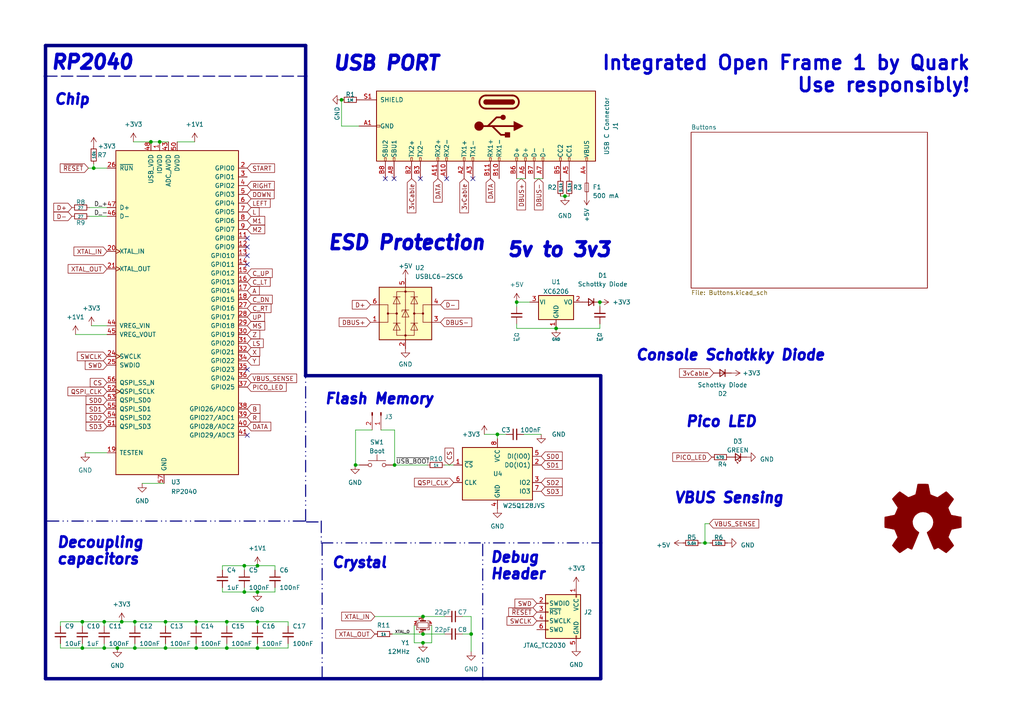
<source format=kicad_sch>
(kicad_sch (version 20230121) (generator eeschema)
  (paper "A4")
  (lib_symbols
    (symbol "Connector:Conn_01x02_Pin" (pin_names (offset 1.016) hide)
      (property "Reference" "J" (at 0 2.54 0))
      (property "Value" "Conn_01x02_Pin" (at 0 -5.08 0))
      (symbol "Conn_01x02_Pin_1_1"
        (pin passive line (at 5.08 0 180) (length 3.81) (name "Pin_1") (number "1"))
        (pin passive line (at 5.08 -2.54 180) (length 3.81) (name "Pin_2") (number "2"))
      )
    )
    (symbol "Connector:USB_C_Receptacle" (pin_names (offset 1.016))
      (property "Reference" "J" (at -10.16 29.21 0))
      (property "Value" "USB_C_Receptacle" (at 10.16 29.21 0))
      (symbol "USB_C_Receptacle_1_1"
        (pin passive line (at 0 -40.64 90) (length 5.08) (name "GND") (number "A1"))
        (pin bidirectional line (at 15.24 -15.24 180) (length 5.08) (name "RX2-") (number "A10"))
        (pin bidirectional line (at 15.24 -17.78 180) (length 5.08) (name "RX2+") (number "A11"))
        (pin passive line (at 0 -40.64 90) (length 5.08) hide (name "GND") (number "A12"))
        (pin bidirectional line (at 15.24 -10.16 180) (length 5.08) (name "TX1+") (number "A2"))
        (pin bidirectional line (at 15.24 -7.62 180) (length 5.08) (name "TX1-") (number "A3"))
        (pin passive line (at 15.24 25.4 180) (length 5.08) (name "VBUS") (number "A4"))
        (pin bidirectional line (at 15.24 20.32 180) (length 5.08) (name "CC1") (number "A5"))
        (pin bidirectional line (at 15.24 7.62 180) (length 5.08) (name "D+") (number "A6"))
        (pin bidirectional line (at 15.24 12.7 180) (length 5.08) (name "D-") (number "A7"))
        (pin bidirectional line (at 15.24 -30.48 180) (length 5.08) (name "SBU1") (number "A8"))
        (pin passive line (at 15.24 25.4 180) (length 5.08) hide (name "VBUS") (number "A9"))
        (pin passive line (at 0 -40.64 90) (length 5.08) hide (name "GND") (number "B1"))
        (pin bidirectional line (at 15.24 0 180) (length 5.08) (name "RX1-") (number "B10"))
        (pin bidirectional line (at 15.24 -2.54 180) (length 5.08) (name "RX1+") (number "B11"))
        (pin passive line (at 0 -40.64 90) (length 5.08) hide (name "GND") (number "B12"))
        (pin bidirectional line (at 15.24 -25.4 180) (length 5.08) (name "TX2+") (number "B2"))
        (pin bidirectional line (at 15.24 -22.86 180) (length 5.08) (name "TX2-") (number "B3"))
        (pin passive line (at 15.24 25.4 180) (length 5.08) hide (name "VBUS") (number "B4"))
        (pin bidirectional line (at 15.24 17.78 180) (length 5.08) (name "CC2") (number "B5"))
        (pin bidirectional line (at 15.24 5.08 180) (length 5.08) (name "D+") (number "B6"))
        (pin bidirectional line (at 15.24 10.16 180) (length 5.08) (name "D-") (number "B7"))
        (pin bidirectional line (at 15.24 -33.02 180) (length 5.08) (name "SBU2") (number "B8"))
        (pin passive line (at 15.24 25.4 180) (length 5.08) hide (name "VBUS") (number "B9"))
        (pin passive line (at -7.62 -40.64 90) (length 5.08) (name "SHIELD") (number "S1"))
      )
    )
    (symbol "Device:C_Small" (pin_numbers hide) (pin_names (offset 0.254) hide)
      (property "Reference" "C" (at 0.254 1.778 0))
      (property "Value" "C_Small" (at 0.254 -2.032 0))
      (symbol "C_Small_1_1"
        (pin passive line (at 0 2.54 270) (length 2.032) (name "~") (number "1"))
        (pin passive line (at 0 -2.54 90) (length 2.032) (name "~") (number "2"))
      )
    )
    (symbol "Device:Crystal_GND24_Small" (pin_names (offset 1.016) hide)
      (property "Reference" "Y" (at 1.27 4.445 0))
      (property "Value" "Crystal_GND24_Small" (at 1.27 2.54 0))
      (symbol "Crystal_GND24_Small_1_1"
        (pin passive line (at -2.54 0 0) (length 1.27) (name "1") (number "1"))
        (pin passive line (at 0 -2.54 90) (length 0.635) (name "2") (number "2"))
        (pin passive line (at 2.54 0 180) (length 1.27) (name "3") (number "3"))
        (pin passive line (at 0 2.54 270) (length 0.635) (name "4") (number "4"))
      )
    )
    (symbol "Device:D_Small" (pin_numbers hide) (pin_names (offset 0.254) hide)
      (property "Reference" "D" (at -1.27 2.032 0))
      (property "Value" "D_Small" (at -3.81 -2.032 0))
      (symbol "D_Small_1_1"
        (pin passive line (at -2.54 0 0) (length 1.778) (name "K") (number "1"))
        (pin passive line (at 2.54 0 180) (length 1.778) (name "A") (number "2"))
      )
    )
    (symbol "Device:Fuse_Small" (pin_numbers hide) (pin_names (offset 0.254) hide)
      (property "Reference" "F" (at 0 -1.524 0))
      (property "Value" "Fuse_Small" (at 0 1.524 0))
      (symbol "Fuse_Small_1_1"
        (pin passive line (at -2.54 0 0) (length 1.27) (name "~") (number "1"))
        (pin passive line (at 2.54 0 180) (length 1.27) (name "~") (number "2"))
      )
    )
    (symbol "Device:LED_Small" (pin_numbers hide) (pin_names (offset 0.254) hide)
      (property "Reference" "D" (at -1.27 3.175 0))
      (property "Value" "LED_Small" (at -4.445 -2.54 0))
      (symbol "LED_Small_1_1"
        (pin passive line (at -2.54 0 0) (length 1.778) (name "K") (number "1"))
        (pin passive line (at 2.54 0 180) (length 1.778) (name "A") (number "2"))
      )
    )
    (symbol "Device:R_Small" (pin_numbers hide) (pin_names (offset 0.254) hide)
      (property "Reference" "R" (at 0.762 0.508 0))
      (property "Value" "R_Small" (at 0.762 -1.016 0))
      (symbol "R_Small_1_1"
        (pin passive line (at 0 2.54 270) (length 0.762) (name "~") (number "1"))
        (pin passive line (at 0 -2.54 90) (length 0.762) (name "~") (number "2"))
      )
    )
    (symbol "Graphic:Logo_Open_Hardware_Large" (in_bom no) (on_board no))
    (symbol "Memory_Flash:W25Q128JVS"
      (property "Reference" "U" (at -8.89 8.89 0))
      (property "Value" "W25Q128JVS" (at 7.62 8.89 0))
      (symbol "W25Q128JVS_1_1"
        (pin input line (at -12.7 2.54 0) (length 2.54) (name "~{CS}") (number "1"))
        (pin bidirectional line (at 12.7 2.54 180) (length 2.54) (name "DO(IO1)") (number "2"))
        (pin bidirectional line (at 12.7 -2.54 180) (length 2.54) (name "IO2") (number "3"))
        (pin power_in line (at 0 -10.16 90) (length 2.54) (name "GND") (number "4"))
        (pin bidirectional line (at 12.7 5.08 180) (length 2.54) (name "DI(IO0)") (number "5"))
        (pin input line (at -12.7 -2.54 0) (length 2.54) (name "CLK") (number "6"))
        (pin bidirectional line (at 12.7 -5.08 180) (length 2.54) (name "IO3") (number "7"))
        (pin power_in line (at 0 10.16 270) (length 2.54) (name "VCC") (number "8"))
      )
    )
    (symbol "Power_Protection:USBLC6-2SC6" (pin_names hide)
      (property "Reference" "U" (at 2.54 8.89 0))
      (property "Value" "USBLC6-2SC6" (at 2.54 -8.89 0))
      (symbol "USBLC6-2SC6_1_1"
        (pin passive line (at -10.16 -2.54 0) (length 2.54) (name "I/O1") (number "1"))
        (pin passive line (at 0 -10.16 90) (length 2.54) (name "GND") (number "2"))
        (pin passive line (at 10.16 -2.54 180) (length 2.54) (name "I/O2") (number "3"))
        (pin passive line (at 10.16 2.54 180) (length 2.54) (name "I/O2") (number "4"))
        (pin passive line (at 0 10.16 270) (length 2.54) (name "VBUS") (number "5"))
        (pin passive line (at -10.16 2.54 0) (length 2.54) (name "I/O1") (number "6"))
      )
    )
    (symbol "Regulator_Linear:XC6206PxxxMR" (pin_names (offset 0.254))
      (property "Reference" "U" (at -3.81 3.175 0))
      (property "Value" "XC6206PxxxMR" (at 0 3.175 0))
      (symbol "XC6206PxxxMR_1_1"
        (pin power_in line (at 0 -7.62 90) (length 2.54) (name "GND") (number "1"))
        (pin power_out line (at 7.62 0 180) (length 2.54) (name "VO") (number "2"))
        (pin power_in line (at -7.62 0 0) (length 2.54) (name "VI") (number "3"))
      )
    )
    (symbol "Sleep-lib:RP2040" (pin_names (offset 1.016))
      (property "Reference" "U" (at 8.89 51.435 0))
      (property "Value" "RP2040" (at 8.89 48.895 0))
      (symbol "RP2040_1_1"
        (pin power_in line (at -5.08 50.8 270) (length 2.54) (name "IOVDD") (number "1"))
        (pin power_in line (at -5.08 50.8 270) (length 2.54) hide (name "IOVDD") (number "10"))
        (pin input line (at 20.32 22.86 180) (length 2.54) (name "GPIO8") (number "11"))
        (pin input line (at 20.32 20.32 180) (length 2.54) (name "GPIO9") (number "12"))
        (pin input line (at 20.32 17.78 180) (length 2.54) (name "GPIO10") (number "13"))
        (pin input line (at 20.32 15.24 180) (length 2.54) (name "GPIO11") (number "14"))
        (pin input line (at 20.32 12.7 180) (length 2.54) (name "GPIO12") (number "15"))
        (pin input line (at 20.32 10.16 180) (length 2.54) (name "GPIO13") (number "16"))
        (pin input line (at 20.32 7.62 180) (length 2.54) (name "GPIO14") (number "17"))
        (pin input line (at 20.32 5.08 180) (length 2.54) (name "GPIO15") (number "18"))
        (pin input line (at -20.32 -39.37 0) (length 2.54) (name "TESTEN") (number "19"))
        (pin input line (at 20.32 43.18 180) (length 2.54) (name "GPIO0") (number "2"))
        (pin input clock (at -20.32 19.05 0) (length 2.54) (name "XTAL_IN") (number "20"))
        (pin input clock (at -20.32 13.97 0) (length 2.54) (name "XTAL_OUT") (number "21"))
        (pin power_in line (at -5.08 50.8 270) (length 2.54) hide (name "IOVDD") (number "22"))
        (pin power_in line (at 0 50.8 270) (length 2.54) hide (name "DVDD") (number "23"))
        (pin input clock (at -20.32 -11.43 0) (length 2.54) (name "SWCLK") (number "24"))
        (pin bidirectional line (at -20.32 -13.97 0) (length 2.54) (name "SWDIO") (number "25"))
        (pin input line (at -20.32 43.18 0) (length 2.54) (name "~{RUN}") (number "26"))
        (pin input line (at 20.32 2.54 180) (length 2.54) (name "GPIO16") (number "27"))
        (pin input line (at 20.32 0 180) (length 2.54) (name "GPIO17") (number "28"))
        (pin input line (at 20.32 -2.54 180) (length 2.54) (name "GPIO18") (number "29"))
        (pin input line (at 20.32 40.64 180) (length 2.54) (name "GPIO1") (number "3"))
        (pin input line (at 20.32 -5.08 180) (length 2.54) (name "GPIO19") (number "30"))
        (pin input line (at 20.32 -7.62 180) (length 2.54) (name "GPIO20") (number "31"))
        (pin input line (at 20.32 -10.16 180) (length 2.54) (name "GPIO21") (number "32"))
        (pin power_in line (at -5.08 50.8 270) (length 2.54) hide (name "IOVDD") (number "33"))
        (pin input line (at 20.32 -12.7 180) (length 2.54) (name "GPIO22") (number "34"))
        (pin input line (at 20.32 -15.24 180) (length 2.54) (name "GPIO23") (number "35"))
        (pin input line (at 20.32 -17.78 180) (length 2.54) (name "GPIO24") (number "36"))
        (pin input line (at 20.32 -20.32 180) (length 2.54) (name "GPIO25") (number "37"))
        (pin input line (at 20.32 -26.67 180) (length 2.54) (name "GPIO26/ADC0") (number "38"))
        (pin input line (at 20.32 -29.21 180) (length 2.54) (name "GPIO27/ADC1") (number "39"))
        (pin input line (at 20.32 38.1 180) (length 2.54) (name "GPIO2") (number "4"))
        (pin input line (at 20.32 -31.75 180) (length 2.54) (name "GPIO28/ADC2") (number "40"))
        (pin input line (at 20.32 -34.29 180) (length 2.54) (name "GPIO29/ADC3") (number "41"))
        (pin power_in line (at -5.08 50.8 270) (length 2.54) hide (name "IOVDD") (number "42"))
        (pin power_in line (at -2.54 50.8 270) (length 2.54) (name "ADC_AVDD") (number "43"))
        (pin power_in line (at -20.32 -2.54 0) (length 2.54) (name "VREG_VIN") (number "44"))
        (pin power_out line (at -20.32 -5.08 0) (length 2.54) (name "VREG_VOUT") (number "45"))
        (pin bidirectional line (at -20.32 29.21 0) (length 2.54) (name "D-") (number "46"))
        (pin bidirectional line (at -20.32 31.75 0) (length 2.54) (name "D+") (number "47"))
        (pin power_in line (at -7.62 50.8 270) (length 2.54) (name "USB_VDD") (number "48"))
        (pin power_in line (at -5.08 50.8 270) (length 2.54) hide (name "IOVDD") (number "49"))
        (pin input line (at 20.32 35.56 180) (length 2.54) (name "GPIO3") (number "5"))
        (pin power_in line (at 0 50.8 270) (length 2.54) (name "DVDD") (number "50"))
        (pin bidirectional line (at -20.32 -31.75 0) (length 2.54) (name "QSPI_SD3") (number "51"))
        (pin input clock (at -20.32 -21.59 0) (length 2.54) (name "QSPI_SCLK") (number "52"))
        (pin bidirectional line (at -20.32 -24.13 0) (length 2.54) (name "QSPI_SD0") (number "53"))
        (pin bidirectional line (at -20.32 -29.21 0) (length 2.54) (name "QSPI_SD2") (number "54"))
        (pin bidirectional line (at -20.32 -26.67 0) (length 2.54) (name "QSPI_SD1") (number "55"))
        (pin bidirectional line (at -20.32 -19.05 0) (length 2.54) (name "QSPI_SS_N") (number "56"))
        (pin power_in line (at -3.81 -48.26 90) (length 2.54) (name "GND") (number "57"))
        (pin input line (at 20.32 33.02 180) (length 2.54) (name "GPIO4") (number "6"))
        (pin input line (at 20.32 30.48 180) (length 2.54) (name "GPIO5") (number "7"))
        (pin input line (at 20.32 27.94 180) (length 2.54) (name "GPIO6") (number "8"))
        (pin input line (at 20.32 25.4 180) (length 2.54) (name "GPIO7") (number "9"))
      )
    )
    (symbol "Switch:SW_Push" (pin_numbers hide) (pin_names (offset 1.016) hide)
      (property "Reference" "SW" (at 1.27 2.54 0))
      (property "Value" "SW_Push" (at 0 -1.524 0))
      (symbol "SW_Push_0_1"
        (pin passive line (at -5.08 0 0) (length 2.54) (name "1") (number "1"))
        (pin passive line (at 5.08 0 180) (length 2.54) (name "2") (number "2"))
      )
    )
    (symbol "marbastlib-various:JTAG_TC2030" (pin_names (offset 1.016))
      (property "Reference" "J" (at -3.81 -6.35 0))
      (property "Value" "JTAG_TC2030" (at -10.16 8.89 0))
      (symbol "JTAG_TC2030_1_1"
        (pin passive line (at 5.08 10.16 270) (length 2.54) (name "VCC") (number "1"))
        (pin passive line (at -6.35 5.08 0) (length 2.54) (name "SWDIO") (number "2"))
        (pin passive line (at -6.35 2.54 0) (length 2.54) (name "~{RST}") (number "3"))
        (pin passive line (at -6.35 0 0) (length 2.54) (name "SWCLK") (number "4"))
        (pin passive line (at 5.08 -7.62 90) (length 2.54) (name "GND") (number "5"))
        (pin passive line (at -6.35 -2.54 0) (length 2.54) (name "SWO") (number "6"))
      )
    )
    (symbol "power:+1V1" (power) (pin_names (offset 0))
      (property "Value" "+1V1" (at 0 3.556 0))
      (symbol "+1V1_1_1"
        (pin power_in line (at 0 0 90) (length 0) hide (name "+1V1") (number "1"))
      )
    )
    (symbol "power:+3.3V" (power) (pin_names (offset 0))
      (property "Value" "+3.3V" (at 0 3.556 0))
      (symbol "+3.3V_1_1"
        (pin power_in line (at 0 0 90) (length 0) hide (name "+3V3") (number "1"))
      )
    )
    (symbol "power:+3V3" (power) (pin_names (offset 0))
      (property "Value" "+3V3" (at 0 3.556 0))
      (symbol "+3V3_1_1"
        (pin power_in line (at 0 0 90) (length 0) hide (name "+3V3") (number "1"))
      )
    )
    (symbol "power:+5V" (power) (pin_names (offset 0))
      (property "Value" "+5V" (at 0 3.556 0))
      (symbol "+5V_1_1"
        (pin power_in line (at 0 0 90) (length 0) hide (name "+5V") (number "1"))
      )
    )
    (symbol "power:GND" (power) (pin_names (offset 0))
      (property "Value" "GND" (at 0 -3.81 0))
      (symbol "GND_1_1"
        (pin power_in line (at 0 0 270) (length 0) hide (name "GND") (number "1"))
      )
    )
  )
  (junction (at 122.682 178.816))
  (junction (at 56.896 180.34))
  (junction (at 48.006 187.96))
  (junction (at 174.244 157.4631))
  (junction (at 39.116 187.96))
  (junction (at 70.866 171.704))
  (junction (at 23.876 187.96))
  (junction (at 27.178 48.768))
  (junction (at 48.006 180.34))
  (junction (at 39.116 180.34))
  (junction (at 23.876 180.34))
  (junction (at 114.4505 134.874))
  (junction (at 122.682 186.436))
  (junction (at 88.646 22.098))
  (junction (at 88.646 108.966))
  (junction (at 149.86 87.63) (diameter 0.9144))
  (junction (at 163.8554 56.896))
  (junction (at 204.47 157.48))
  (junction (at 144.272 125.984))
  (junction (at 13.208 22.098))
  (junction (at 74.676 164.084))
  (junction (at 65.786 180.34))
  (junction (at 30.226 187.96))
  (junction (at 140.001 196.85))
  (junction (at 70.866 164.084))
  (junction (at 56.896 187.96))
  (junction (at 30.226 180.34))
  (junction (at 161.29 95.25) (diameter 0.9144))
  (junction (at 46.3108 41.148))
  (junction (at 122.682 183.896))
  (junction (at 74.676 171.704))
  (junction (at 43.7708 41.148))
  (junction (at 103.124 134.874))
  (junction (at 74.676 187.96))
  (junction (at 99.06 28.956))
  (junction (at 136.652 183.896))
  (junction (at 74.676 180.34))
  (junction (at 34.036 187.96))
  (junction (at 65.786 187.96))
  (junction (at 35.306 180.34))
  (junction (at 173.99 87.63))
  (no_connect (at 71.7108 76.708))
  (no_connect (at 121.92 51.816))
  (no_connect (at 111.76 51.816))
  (no_connect (at 129.54 51.816))
  (no_connect (at 71.7108 126.238))
  (no_connect (at 71.7108 69.088))
  (no_connect (at 114.3 51.816))
  (no_connect (at 137.16 51.816))
  (no_connect (at 71.7108 71.628))
  (no_connect (at 71.7108 74.168))
  (no_connect (at 71.7108 107.188))
  (wire (pts (xy 74.676 180.34) (xy 83.566 180.34)))
  (wire (pts (xy 125.222 181.356) (xy 125.222 186.436)))
  (wire (pts (xy 56.896 186.69) (xy 56.896 187.96)))
  (wire (pts (xy 110.49 124.714) (xy 114.4505 124.714)))
  (wire (pts (xy 25.94 62.738) (xy 31.0708 62.738)))
  (wire (pts (xy 70.866 170.434) (xy 70.866 171.704)))
  (wire (pts (xy 24.7208 131.318) (xy 31.0708 131.318)))
  (wire (pts (xy 31.0708 97.028) (xy 21.9014 97.028)))
  (wire (pts (xy 144.272 125.984) (xy 146.812 125.984)))
  (wire (pts (xy 70.866 164.084) (xy 70.866 165.354)))
  (wire (pts (xy 17.526 181.61) (xy 17.526 180.34)))
  (wire (pts (xy 163.8554 56.896) (xy 165.1 56.896)))
  (bus (pts (xy 88.646 151.13) (xy 88.646 108.966)) (stroke (width 0) (type dash_dot_dot)))
  (bus (pts (xy 174.244 196.85) (xy 174.244 157.4631)) (stroke (width 1)))
  (wire (pts (xy 120.142 181.356) (xy 120.142 186.436)))
  (bus (pts (xy 13.208 22.098) (xy 13.208 196.85)) (stroke (width 1)))
  (wire (pts (xy 64.516 164.084) (xy 64.516 165.354)))
  (wire (pts (xy 102.997 134.874) (xy 103.124 134.874)))
  (wire (pts (xy 74.676 187.96) (xy 74.676 186.69)))
  (wire (pts (xy 79.756 164.084) (xy 79.756 165.354)))
  (wire (pts (xy 134.112 178.816) (xy 136.652 178.816)))
  (wire (pts (xy 30.226 186.69) (xy 30.226 187.96)))
  (wire (pts (xy 204.47 157.48) (xy 205.9178 157.48)))
  (wire (pts (xy 64.516 170.434) (xy 64.516 171.704)))
  (wire (pts (xy 27.178 47.498) (xy 27.178 48.768)))
  (wire (pts (xy 30.226 187.96) (xy 34.036 187.96)))
  (wire (pts (xy 56.896 187.96) (xy 65.786 187.96)))
  (wire (pts (xy 104.14 36.576) (xy 99.06 36.576)))
  (wire (pts (xy 65.786 180.34) (xy 74.676 180.34)))
  (wire (pts (xy 74.676 187.96) (xy 83.566 187.96)))
  (wire (pts (xy 74.676 171.704) (xy 79.756 171.704)))
  (wire (pts (xy 43.7708 41.148) (xy 46.3108 41.148)))
  (wire (pts (xy 46.3108 41.148) (xy 48.8508 41.148)))
  (wire (pts (xy 26.5242 94.488) (xy 31.0708 94.488)))
  (wire (pts (xy 205.74 151.892) (xy 204.47 151.892)))
  (wire (pts (xy 136.652 183.896) (xy 136.652 188.976)))
  (wire (pts (xy 204.47 151.892) (xy 204.47 157.48)))
  (wire (pts (xy 151.892 125.984) (xy 156.972 125.984)))
  (bus (pts (xy 140.001 196.85) (xy 140.001 157.48)) (stroke (width 0) (type dash_dot_dot)))
  (wire (pts (xy 51.3908 41.148) (xy 56.4708 41.148)))
  (wire (pts (xy 41.2308 140.208) (xy 47.5808 140.208)))
  (wire (pts (xy 39.116 180.34) (xy 48.006 180.34)))
  (bus (pts (xy 13.208 13.208) (xy 13.208 22.098)) (stroke (width 1)))
  (wire (pts (xy 56.896 180.34) (xy 65.786 180.34)))
  (wire (pts (xy 48.006 180.34) (xy 56.896 180.34)))
  (bus (pts (xy 88.646 108.966) (xy 174.244 108.966)) (stroke (width 1)))
  (wire (pts (xy 125.222 186.436) (xy 122.682 186.436)))
  (wire (pts (xy 64.516 171.704) (xy 70.866 171.704)))
  (wire (pts (xy 103.124 134.874) (xy 104.267 134.874)))
  (bus (pts (xy 93.4392 157.7171) (xy 93.4392 197.104)) (stroke (width 0) (type dash_dot_dot)))
  (wire (pts (xy 114.427 134.874) (xy 114.4505 134.874)))
  (bus (pts (xy 13.716 151.13) (xy 88.646 151.13)) (stroke (width 0) (type dash_dot_dot)))
  (wire (pts (xy 30.226 180.34) (xy 35.306 180.34)))
  (wire (pts (xy 103.124 124.714) (xy 103.124 134.874)))
  (wire (pts (xy 39.116 180.34) (xy 39.116 181.61)))
  (bus (pts (xy 88.646 22.098) (xy 88.646 108.966)) (stroke (width 1)))
  (wire (pts (xy 173.99 88.8746) (xy 173.99 87.63)))
  (wire (pts (xy 99.06 36.576) (xy 99.06 28.956)))
  (wire (pts (xy 17.526 186.69) (xy 17.526 187.96)))
  (wire (pts (xy 34.036 187.96) (xy 39.116 187.96)))
  (wire (pts (xy 79.756 171.704) (xy 79.756 170.434)))
  (wire (pts (xy 157.48 51.816) (xy 154.94 51.816)))
  (wire (pts (xy 23.876 180.34) (xy 23.876 181.61)))
  (wire (pts (xy 23.876 187.96) (xy 30.226 187.96)))
  (wire (pts (xy 129.032 178.816) (xy 122.682 178.816)))
  (wire (pts (xy 173.99 93.9546) (xy 173.99 95.25)))
  (wire (pts (xy 144.272 125.984) (xy 144.272 127.254)))
  (wire (pts (xy 65.786 187.96) (xy 74.676 187.96)))
  (wire (pts (xy 48.006 187.96) (xy 48.006 186.69)))
  (wire (pts (xy 25.94 60.198) (xy 31.0708 60.198)))
  (wire (pts (xy 17.526 187.96) (xy 23.876 187.96)))
  (wire (pts (xy 83.566 180.34) (xy 83.566 181.61)))
  (wire (pts (xy 149.86 87.63) (xy 153.67 87.63)))
  (bus (pts (xy 174.244 157.4631) (xy 174.244 108.966)) (stroke (width 1)))
  (bus (pts (xy 174.244 157.4631) (xy 174.244 157.48)))
  (wire (pts (xy 65.786 180.34) (xy 65.786 181.61)))
  (wire (pts (xy 161.29 95.25) (xy 173.99 95.25)))
  (wire (pts (xy 136.652 178.816) (xy 136.652 183.896)))
  (wire (pts (xy 25.6351 48.768) (xy 27.178 48.768)))
  (wire (pts (xy 114.4505 124.714) (xy 114.4505 134.874)))
  (wire (pts (xy 140.462 125.984) (xy 144.272 125.984)))
  (wire (pts (xy 120.142 186.436) (xy 122.682 186.436)))
  (wire (pts (xy 27.178 48.768) (xy 31.0708 48.768)))
  (wire (pts (xy 70.866 164.084) (xy 64.516 164.084)))
  (wire (pts (xy 114.4505 134.874) (xy 123.952 134.874)))
  (wire (pts (xy 56.896 180.34) (xy 56.896 181.61)))
  (wire (pts (xy 39.116 187.96) (xy 48.006 187.96)))
  (wire (pts (xy 129.032 134.874) (xy 131.572 134.874)))
  (bus (pts (xy 93.1852 157.4631) (xy 174.244 157.4631)) (stroke (width 0) (type dash_dot_dot)))
  (wire (pts (xy 161.29 95.25) (xy 149.86 95.25)))
  (wire (pts (xy 83.566 187.96) (xy 83.566 186.69)))
  (wire (pts (xy 152.4 51.816) (xy 149.86 51.816)))
  (wire (pts (xy 30.226 180.34) (xy 30.226 181.61)))
  (wire (pts (xy 39.116 187.96) (xy 39.116 186.69)))
  (wire (pts (xy 48.006 180.34) (xy 48.006 181.61)))
  (wire (pts (xy 203.2 157.48) (xy 204.47 157.48)))
  (wire (pts (xy 74.676 164.084) (xy 79.756 164.084)))
  (wire (pts (xy 107.95 124.714) (xy 103.124 124.714)))
  (wire (pts (xy 149.86 87.63) (xy 149.86 88.9)))
  (wire (pts (xy 136.652 183.896) (xy 134.112 183.896)))
  (wire (pts (xy 162.56 56.896) (xy 163.8554 56.896)))
  (wire (pts (xy 65.786 186.69) (xy 65.786 187.96)))
  (wire (pts (xy 38.6908 41.148) (xy 43.7708 41.148)))
  (bus (pts (xy 13.208 13.208) (xy 88.646 13.208)) (stroke (width 1)))
  (wire (pts (xy 149.86 93.98) (xy 149.86 95.25)))
  (wire (pts (xy 70.866 171.704) (xy 74.676 171.704)))
  (wire (pts (xy 74.676 180.34) (xy 74.676 181.61)))
  (bus (pts (xy 13.208 196.85) (xy 140.001 196.85)) (stroke (width 1)))
  (bus (pts (xy 93.1852 151.13) (xy 93.1852 157.4631)) (stroke (width 0) (type dash_dot_dot)))
  (wire (pts (xy 129.032 183.896) (xy 122.682 183.896)))
  (bus (pts (xy 13.208 22.098) (xy 88.646 22.098)) (stroke (width 0) (type dash)))
  (wire (pts (xy 48.006 187.96) (xy 56.896 187.96)))
  (wire (pts (xy 122.682 183.896) (xy 113.792 183.896)))
  (wire (pts (xy 23.876 186.69) (xy 23.876 187.96)))
  (wire (pts (xy 74.676 164.084) (xy 70.866 164.084)))
  (bus (pts (xy 88.9 151.384) (xy 93.4392 151.384)) (stroke (width 0) (type dash_dot_dot)))
  (wire (pts (xy 30.226 180.34) (xy 23.876 180.34)))
  (wire (pts (xy 108.712 178.816) (xy 122.682 178.816)))
  (wire (pts (xy 35.306 180.34) (xy 39.116 180.34)))
  (bus (pts (xy 88.646 13.208) (xy 88.646 22.098)) (stroke (width 1)))
  (bus (pts (xy 140.001 196.85) (xy 174.244 196.85)) (stroke (width 1)))
  (wire (pts (xy 17.526 180.34) (xy 23.876 180.34)))
  (text "Integrated Open Frame 1 by Quark\nUse responsibly!" (at 281.686 27.178 0) (effects (font (size 4 4) (thickness 0.8) bold) (justify right bottom)))
  (text "5v to 3v3" (at 146.812 74.93 0) (effects (font (size 4 4) (thickness 2) bold italic) (justify left bottom)))
  (text "ESD Protection" (at 94.742 72.898 0) (effects (font (size 4 4) (thickness 2) bold italic) (justify left bottom)))
  (text "RP2040" (at 14.478 20.574 0) (effects (font (size 4 4) (thickness 2) bold italic) (justify left bottom)))
  (text "Console Schotkky Diode" (at 184.15 104.902 0) (effects (font (size 3 3) (thickness 2) bold italic) (justify left bottom)))
  (text "USB PORT" (at 96.266 20.828 0) (effects (font (size 4 4) (thickness 2) bold italic) (justify left bottom)))
  (text "Flash Memory" (at 93.98 117.602 0) (effects (font (size 3 3) (thickness 2) bold italic) (justify left bottom)))
  (text "Debug\nHeader" (at 141.986 168.402 0) (effects (font (size 3 3) (thickness 2) bold italic) (justify left bottom)))
  (text "Pico LED" (at 198.628 124.206 0) (effects (font (size 3 3) (thickness 2) bold italic) (justify left bottom)))
  (text "VBUS Sensing" (at 195.326 146.304 0) (effects (font (size 3 3) (thickness 2) bold italic) (justify left bottom)))
  (text "Chip" (at 15.494 30.734 0) (effects (font (size 3 3) (thickness 2) bold italic) (justify left bottom)))
  (text "Decoupling\ncapacitors" (at 16.256 164.084 0) (effects (font (size 3 3) (thickness 2) bold italic) (justify left bottom)))
  (text "Crystal" (at 96.012 165.1 0) (effects (font (size 3 3) (thickness 2) bold italic) (justify left bottom)))
  (label "XTAL_O" (at 118.872 183.896 180) (effects (font (size 0.8 0.8))))
  (label "D_+" (at 27.2608 60.198 0))
  (label "~{USB_BOOT}" (at 114.808 134.874 0))
  (label "D_-" (at 27.2608 62.738 0))
  (global_label "XTAL_IN" (shape input) (at 108.712 178.816 180) (property "Intersheetrefs" "${INTERSHEET_REFS}" (effects hide)))
  (global_label "C_LT" (shape input) (at 71.7108 81.788 0) (property "Intersheetrefs" "${INTERSHEET_REFS}" (effects hide)))
  (global_label "SWCLK" (shape input) (at 155.702 180.086 180) (property "Intersheetrefs" "${INTERSHEET_REFS}" (effects hide)))
  (global_label "Z" (shape input) (at 71.7108 97.028 0) (property "Intersheetrefs" "${INTERSHEET_REFS}" (effects hide)))
  (global_label "VBUS_SENSE" (shape input) (at 205.74 151.892 0) (property "Intersheetrefs" "${INTERSHEET_REFS}" (effects hide)))
  (global_label "B" (shape input) (at 71.7108 118.618 0) (property "Intersheetrefs" "${INTERSHEET_REFS}" (effects hide)))
  (global_label "QSPI_CLK" (shape input) (at 31.0708 113.538 180) (property "Intersheetrefs" "${INTERSHEET_REFS}" (effects hide)))
  (global_label "3vCable" (shape input) (at 207.01 108.204 180) (property "Intersheetrefs" "${INTERSHEET_REFS}" (effects hide)))
  (global_label "SD1" (shape input) (at 31.0708 118.618 180) (property "Intersheetrefs" "${INTERSHEET_REFS}" (effects hide)))
  (global_label "XTAL_OUT" (shape input) (at 31.0708 77.978 180) (property "Intersheetrefs" "${INTERSHEET_REFS}" (effects hide)))
  (global_label "MS" (shape input) (at 71.7108 94.488 0) (property "Intersheetrefs" "${INTERSHEET_REFS}" (effects hide)))
  (global_label "Y" (shape input) (at 71.7108 104.648 0) (property "Intersheetrefs" "${INTERSHEET_REFS}" (effects hide)))
  (global_label "C_RT" (shape input) (at 71.7108 89.408 0) (property "Intersheetrefs" "${INTERSHEET_REFS}" (effects hide)))
  (global_label "A" (shape input) (at 71.7108 84.328 0) (property "Intersheetrefs" "${INTERSHEET_REFS}" (effects hide)))
  (global_label "SD3" (shape input) (at 156.972 142.494 0) (property "Intersheetrefs" "${INTERSHEET_REFS}" (effects hide)))
  (global_label "UP" (shape input) (at 71.7108 91.948 0) (property "Intersheetrefs" "${INTERSHEET_REFS}" (effects hide)))
  (global_label "D+" (shape input) (at 20.86 60.198 180) (property "Intersheetrefs" "${INTERSHEET_REFS}" (effects hide)))
  (global_label "LEFT" (shape input) (at 71.7108 58.928 0) (property "Intersheetrefs" "${INTERSHEET_REFS}" (effects hide)))
  (global_label "SD1" (shape input) (at 156.972 134.874 0) (property "Intersheetrefs" "${INTERSHEET_REFS}" (effects hide)))
  (global_label "XTAL_IN" (shape input) (at 31.0708 72.898 180) (property "Intersheetrefs" "${INTERSHEET_REFS}" (effects hide)))
  (global_label "SD2" (shape input) (at 156.972 139.954 0) (property "Intersheetrefs" "${INTERSHEET_REFS}" (effects hide)))
  (global_label "SWD" (shape input) (at 31.0708 105.918 180) (property "Intersheetrefs" "${INTERSHEET_REFS}" (effects hide)))
  (global_label "XTAL_OUT" (shape input) (at 108.712 183.896 180) (property "Intersheetrefs" "${INTERSHEET_REFS}" (effects hide)))
  (global_label "PICO_LED" (shape input) (at 71.7108 112.268 0) (property "Intersheetrefs" "${INTERSHEET_REFS}" (effects hide)))
  (global_label "SD2" (shape input) (at 31.0708 121.158 180) (property "Intersheetrefs" "${INTERSHEET_REFS}" (effects hide)))
  (global_label "DOWN" (shape input) (at 71.7108 56.388 0) (property "Intersheetrefs" "${INTERSHEET_REFS}" (effects hide)))
  (global_label "PICO_LED" (shape input) (at 206.4258 132.588 180) (property "Intersheetrefs" "${INTERSHEET_REFS}" (effects hide)))
  (global_label "SD0" (shape input) (at 156.972 132.334 0) (property "Intersheetrefs" "${INTERSHEET_REFS}" (effects hide)))
  (global_label "D+" (shape input) (at 107.442 88.392 180) (property "Intersheetrefs" "${INTERSHEET_REFS}" (effects hide)))
  (global_label "DBUS+" (shape input) (at 107.442 93.472 180) (property "Intersheetrefs" "${INTERSHEET_REFS}" (effects hide)))
  (global_label "~{RESET}" (shape input) (at 25.6351 48.768 180) (property "Intersheetrefs" "${INTERSHEET_REFS}" (effects hide)))
  (global_label "D-" (shape input) (at 20.86 62.738 180) (property "Intersheetrefs" "${INTERSHEET_REFS}" (effects hide)))
  (global_label "3vCable" (shape input) (at 119.38 51.816 270) (property "Intersheetrefs" "${INTERSHEET_REFS}" (effects hide)))
  (global_label "CS" (shape input) (at 31.0708 110.998 180) (property "Intersheetrefs" "${INTERSHEET_REFS}" (effects hide)))
  (global_label "VBUS_SENSE" (shape input) (at 71.7108 109.728 0) (property "Intersheetrefs" "${INTERSHEET_REFS}" (effects hide)))
  (global_label "D-" (shape input) (at 127.762 88.392 0) (property "Intersheetrefs" "${INTERSHEET_REFS}" (effects hide)))
  (global_label "~{RESET}" (shape input) (at 155.702 177.546 180) (property "Intersheetrefs" "${INTERSHEET_REFS}" (effects hide)))
  (global_label "L" (shape input) (at 71.7108 61.468 0) (property "Intersheetrefs" "${INTERSHEET_REFS}" (effects hide)))
  (global_label "SD3" (shape input) (at 31.0708 123.698 180) (property "Intersheetrefs" "${INTERSHEET_REFS}" (effects hide)))
  (global_label "SWD" (shape input) (at 155.702 175.006 180) (property "Intersheetrefs" "${INTERSHEET_REFS}" (effects hide)))
  (global_label "C_DN" (shape input) (at 71.7108 86.868 0) (property "Intersheetrefs" "${INTERSHEET_REFS}" (effects hide)))
  (global_label "START" (shape input) (at 71.7108 48.768 0) (property "Intersheetrefs" "${INTERSHEET_REFS}" (effects hide)))
  (global_label "X" (shape input) (at 71.7108 102.108 0) (property "Intersheetrefs" "${INTERSHEET_REFS}" (effects hide)))
  (global_label "DBUS+" (shape input) (at 151.1808 51.816 270) (property "Intersheetrefs" "${INTERSHEET_REFS}" (effects hide)))
  (global_label "DBUS-" (shape input) (at 127.762 93.472 0) (property "Intersheetrefs" "${INTERSHEET_REFS}" (effects hide)))
  (global_label "CS" (shape input) (at 130.302 134.874 90) (property "Intersheetrefs" "${INTERSHEET_REFS}" (effects hide)))
  (global_label "QSPI_CLK" (shape input) (at 131.572 139.954 180) (property "Intersheetrefs" "${INTERSHEET_REFS}" (effects hide)))
  (global_label "DATA" (shape input) (at 142.24 51.816 270) (property "Intersheetrefs" "${INTERSHEET_REFS}" (effects hide)))
  (global_label "LS" (shape input) (at 71.7108 99.568 0) (property "Intersheetrefs" "${INTERSHEET_REFS}" (effects hide)))
  (global_label "3vCable" (shape input) (at 134.62 51.816 270) (property "Intersheetrefs" "${INTERSHEET_REFS}" (effects hide)))
  (global_label "RIGHT" (shape input) (at 71.7108 53.848 0) (property "Intersheetrefs" "${INTERSHEET_REFS}" (effects hide)))
  (global_label "M2" (shape input) (at 71.7108 66.548 0) (property "Intersheetrefs" "${INTERSHEET_REFS}" (effects hide)))
  (global_label "DATA" (shape input) (at 127 51.816 270) (property "Intersheetrefs" "${INTERSHEET_REFS}" (effects hide)))
  (global_label "R" (shape input) (at 71.7108 121.158 0) (property "Intersheetrefs" "${INTERSHEET_REFS}" (effects hide)))
  (global_label "M1" (shape input) (at 71.7108 64.008 0) (property "Intersheetrefs" "${INTERSHEET_REFS}" (effects hide)))
  (global_label "SD0" (shape input) (at 31.0708 116.078 180) (property "Intersheetrefs" "${INTERSHEET_REFS}" (effects hide)))
  (global_label "DBUS-" (shape input) (at 156.2608 51.816 270) (property "Intersheetrefs" "${INTERSHEET_REFS}" (effects hide)))
  (global_label "DATA" (shape input) (at 71.7108 123.698 0) (property "Intersheetrefs" "${INTERSHEET_REFS}" (effects hide)))
  (global_label "SWCLK" (shape input) (at 31.0708 103.378 180) (property "Intersheetrefs" "${INTERSHEET_REFS}" (effects hide)))
  (global_label "C_UP" (shape input) (at 71.7108 79.248 0) (property "Intersheetrefs" "${INTERSHEET_REFS}" (effects hide)))
  (symbol (lib_id "Device:C_Small") (at 149.352 125.984 90) (unit 1)
    (property "Reference" "C3" (at 148.0819 124.714 90) (effects (justify left)))
    (property "Value" "100nF" (at 156.9719 124.714 90) (effects (justify left)))
    (property "Footprint" "Capacitor_SMD:C_0402_1005Metric" (effects hide))
    (property "LCSC" "C1525" (effects hide))
  )
  (symbol (lib_id "power:GND") (at 102.997 134.874 0) (unit 1)
    (property "Reference" "#PWR019" (effects hide))
    (property "Value" "GND" (at 102.997 139.954 0))
  )
  (symbol (lib_id "power:+3V3") (at 35.306 180.34 0) (unit 1)
    (property "Reference" "#PWR027" (effects hide))
    (property "Value" "+3V3" (at 35.306 175.26 0))
  )
  (symbol (lib_id "power:GND") (at 117.602 101.092 0) (unit 1)
    (property "Reference" "#PWR013" (effects hide))
    (property "Value" "GND" (at 117.602 105.6545 0))
  )
  (symbol (lib_id "Device:C_Small") (at 83.566 184.15 0) (unit 1)
    (property "Reference" "C17" (at 84.836 181.6099 0) (effects (justify left)))
    (property "Value" "100nF" (at 84.836 186.6899 0) (effects (justify left)))
    (property "Footprint" "Capacitor_SMD:C_0402_1005Metric" (effects hide))
    (property "LCSC" "C1525" (effects hide))
  )
  (symbol (lib_id "power:+1V1") (at 56.4708 41.148 0) (unit 1)
    (property "Reference" "#PWR03" (effects hide))
    (property "Value" "+1V1" (at 56.4708 36.068 0))
  )
  (symbol (lib_id "Device:C_Small") (at 56.896 184.15 0) (unit 1)
    (property "Reference" "C14" (at 58.166 181.6099 0) (effects (justify left)))
    (property "Value" "100nF" (at 58.166 186.6899 0) (effects (justify left)))
    (property "Footprint" "Capacitor_SMD:C_0402_1005Metric" (effects hide))
    (property "LCSC" "C1525" (effects hide))
  )
  (symbol (lib_id "power:GND") (at 122.682 186.436 0) (mirror y) (unit 1)
    (property "Reference" "#PWR028" (effects hide))
    (property "Value" "GND" (at 122.682 191.516 0))
  )
  (symbol (lib_id "power:+5V") (at 149.86 87.63 0) (unit 1)
    (property "Reference" "#PWR08" (effects hide))
    (property "Value" "+5V" (at 149.86 82.55 0))
  )
  (symbol (lib_id "Connector:Conn_01x02_Pin") (at 110.49 119.634 270) (unit 1)
    (property "Reference" "J3" (at 111.506 120.904 90) (effects (justify left)))
    (property "Value" "Conn_01x02_Pin" (effects hide))
    (property "Footprint" "Connector_PinHeader_2.54mm:PinHeader_1x02_P2.54mm_Vertical" (effects hide))
  )
  (symbol (lib_id "power:GND") (at 210.9978 157.48 90) (unit 1)
    (property "Reference" "#PWR023" (effects hide))
    (property "Value" "GND" (at 214.8078 158.115 90) (effects (justify right)))
  )
  (symbol (lib_id "power:+3V3") (at 140.462 125.984 0) (unit 1)
    (property "Reference" "#PWR015" (effects hide))
    (property "Value" "+3V3" (at 136.652 125.984 0))
  )
  (symbol (lib_id "Device:C_Small") (at 70.866 167.894 0) (unit 1)
    (property "Reference" "C5" (at 72.136 165.3539 0) (effects (justify left)))
    (property "Value" "100nF" (at 72.136 170.4339 0) (effects (justify left)))
    (property "Footprint" "Capacitor_SMD:C_0402_1005Metric" (effects hide))
    (property "LCSC" "C1525" (effects hide))
  )
  (symbol (lib_id "power:+3V3") (at 38.6908 41.148 0) (unit 1)
    (property "Reference" "#PWR02" (effects hide))
    (property "Value" "+3V3" (at 38.6908 36.068 0))
  )
  (symbol (lib_id "Device:R_Small") (at 101.6 28.956 90) (unit 1)
    (property "Reference" "R1" (at 101.6 27.4066 90))
    (property "Value" "1M" (at 101.6 29.0576 90) (effects (font (size 0.8 0.8))))
    (property "Footprint" "Resistor_SMD:R_0603_1608Metric" (effects hide))
    (property "LCSC" "C25190" (effects hide))
  )
  (symbol (lib_id "Graphic:Logo_Open_Hardware_Large") (at 267.716 151.638 0) (unit 1) (in_bom no) (on_board no)
    (property "Reference" "SYM1" (effects hide))
    (property "Value" "Logo_Open_Hardware_Large" (effects hide))
    (property "Footprint" "Symbol:OSHW-Logo_28.5x30mm_SilkScreen" (effects hide))
    (property "Sim.Enable" "0" (effects hide))
  )
  (symbol (lib_id "Sleep-lib:RP2040") (at 51.3908 91.948 0) (unit 1)
    (property "Reference" "U3" (at 49.6002 139.8175 0) (effects (justify left)))
    (property "Value" "RP2040" (at 49.6002 142.5926 0) (effects (justify left)))
    (property "Footprint" "footprints:RP2040-QFN-56" (effects hide))
    (property "Datasheet" "https://datasheets.raspberrypi.com/rp2040/rp2040-datasheet.pdf" (effects hide))
    (property "LCSC" "C2040" (effects hide))
  )
  (symbol (lib_id "power:+1V1") (at 74.676 164.084 0) (unit 1)
    (property "Reference" "#PWR024" (effects hide))
    (property "Value" "+1V1" (at 74.676 159.004 0))
  )
  (symbol (lib_id "power:+5V") (at 170.18 56.896 180) (unit 1)
    (property "Reference" "#PWR06" (effects hide))
    (property "Value" "+5V" (at 170.1801 60.3504 90) (effects (justify left)))
  )
  (symbol (lib_id "power:GND") (at 34.036 187.96 0) (unit 1)
    (property "Reference" "#PWR030" (effects hide))
    (property "Value" "GND" (at 34.036 193.04 0))
  )
  (symbol (lib_id "Device:C_Small") (at 23.876 184.15 0) (unit 1)
    (property "Reference" "C10" (at 25.146 181.6099 0) (effects (justify left)))
    (property "Value" "1uF" (at 25.146 186.6899 0) (effects (justify left)))
    (property "Footprint" "Capacitor_SMD:C_0402_1005Metric" (effects hide))
    (property "LCSC" "C52923" (effects hide))
  )
  (symbol (lib_id "Device:R_Small") (at 208.9658 132.588 90) (unit 1)
    (property "Reference" "R4" (at 210.8765 134.6651 90) (effects (justify left)))
    (property "Value" "470" (at 210.0998 132.6996 90) (effects (font (size 0.8 0.8)) (justify left)))
    (property "Footprint" "Resistor_SMD:R_0402_1005Metric" (effects hide))
  )
  (symbol (lib_id "Device:D_Small") (at 209.55 108.204 180) (unit 1)
    (property "Reference" "D2" (at 209.55 114.1984 0))
    (property "Value" "Schottky Diode" (at 209.55 111.6584 0))
    (property "Footprint" "Diode_SMD:D_SOD-123" (effects hide))
    (property "LCSC" "C8598" (effects hide))
  )
  (symbol (lib_id "power:+3.3V") (at 173.99 87.63 270) (unit 1)
    (property "Reference" "#PWR09" (effects hide))
    (property "Value" "+3.3V" (at 177.6222 87.6299 90) (effects (justify left)))
  )
  (symbol (lib_id "Device:R_Small") (at 200.66 157.48 90) (unit 1)
    (property "Reference" "R5" (at 201.9647 155.8771 90) (effects (justify left)))
    (property "Value" "5.6k" (at 202.0165 157.5469 90) (effects (font (size 0.8 0.8)) (justify left)))
    (property "Footprint" "Resistor_SMD:R_0603_1608Metric" (effects hide))
  )
  (symbol (lib_id "power:GND") (at 24.7208 131.318 0) (unit 1)
    (property "Reference" "#PWR017" (effects hide))
    (property "Value" "GND" (at 24.7208 136.398 0))
  )
  (symbol (lib_id "power:GND") (at 74.676 171.704 0) (unit 1)
    (property "Reference" "#PWR026" (effects hide))
    (property "Value" "GND" (at 74.676 176.784 0))
  )
  (symbol (lib_id "power:GND") (at 167.132 187.706 0) (unit 1)
    (property "Reference" "#PWR029" (effects hide))
    (property "Value" "GND" (at 167.132 192.786 0))
  )
  (symbol (lib_id "power:GND") (at 99.06 28.956 270) (unit 1)
    (property "Reference" "#PWR01" (effects hide))
    (property "Value" "GND" (at 97.7901 30.8864 0) (effects (justify left)))
  )
  (symbol (lib_id "Device:R_Small") (at 111.252 183.896 270) (mirror x) (unit 1)
    (property "Reference" "R11" (at 111.252 181.356 90))
    (property "Value" "1k" (at 111.252 183.9909 90) (effects (font (size 0.8 0.8))))
    (property "Footprint" "Resistor_SMD:R_0402_1005Metric" (effects hide))
    (property "LCSC" "C11702" (effects hide))
  )
  (symbol (lib_id "Device:R_Small") (at 23.4 60.198 90) (unit 1)
    (property "Reference" "R8" (at 23.4 58.6486 90))
    (property "Value" "27" (at 23.4 60.2996 90) (effects (font (size 0.8 0.8))))
    (property "Footprint" "Resistor_SMD:R_0603_1608Metric" (effects hide))
    (property "LCSC" "C25190" (effects hide))
  )
  (symbol (lib_id "Device:C_Small") (at 173.99 91.4146 180) (unit 1)
    (property "Reference" "C1" (at 173.99 97.1296 0) (effects (font (size 0.762 0.762))))
    (property "Value" "1uF" (at 173.99 98.3996 0) (effects (font (size 0.762 0.762))))
    (property "Footprint" "Capacitor_SMD:C_0402_1005Metric" (effects hide))
    (property "LCSC" "C52923" (effects hide))
  )
  (symbol (lib_id "power:+3V3") (at 167.132 169.926 0) (unit 1)
    (property "Reference" "#PWR025" (effects hide))
    (property "Value" "+3V3" (at 167.132 164.846 0))
  )
  (symbol (lib_id "Device:Fuse_Small") (at 170.18 54.356 270) (unit 1)
    (property "Reference" "F1" (at 171.9072 54.2544 90) (effects (justify left)))
    (property "Value" "500 mA" (at 171.9072 56.7944 90) (effects (justify left)))
    (property "Footprint" "Fuse:Fuse_1206_3216Metric" (effects hide))
  )
  (symbol (lib_id "power:GND") (at 41.2308 140.208 0) (unit 1)
    (property "Reference" "#PWR020" (effects hide))
    (property "Value" "GND" (at 41.2308 145.288 0))
  )
  (symbol (lib_id "Device:C_Small") (at 39.116 184.15 0) (unit 1)
    (property "Reference" "C12" (at 40.386 181.6099 0) (effects (justify left)))
    (property "Value" "100nF" (at 40.386 186.6899 0) (effects (justify left)))
    (property "Footprint" "Capacitor_SMD:C_0402_1005Metric" (effects hide))
    (property "LCSC" "C1525" (effects hide))
  )
  (symbol (lib_id "marbastlib-various:JTAG_TC2030") (at 162.052 180.086 0) (unit 1)
    (property "Reference" "J2" (at 169.3418 177.5459 0) (effects (justify left)))
    (property "Value" "JTAG_TC2030" (at 151.638 187.198 0) (effects (justify left)))
    (property "Footprint" "marbastlib-various:CON_TC2030_outlined" (effects hide))
    (property "Datasheet" " ~" (effects hide))
  )
  (symbol (lib_id "power:GND") (at 163.8554 56.896 0) (unit 1)
    (property "Reference" "#PWR05" (effects hide))
    (property "Value" "GND" (at 163.8554 62.5856 0))
  )
  (symbol (lib_id "power:GND") (at 156.972 125.984 0) (unit 1)
    (property "Reference" "#PWR016" (effects hide))
    (property "Value" "GND" (at 162.052 125.984 0))
  )
  (symbol (lib_id "Device:C_Small") (at 65.786 184.15 0) (unit 1)
    (property "Reference" "C15" (at 67.056 181.6099 0) (effects (justify left)))
    (property "Value" "100nF" (at 67.056 186.6899 0) (effects (justify left)))
    (property "Footprint" "Capacitor_SMD:C_0402_1005Metric" (effects hide))
    (property "LCSC" "C1525" (effects hide))
  )
  (symbol (lib_id "power:+3V3") (at 212.09 108.204 270) (unit 1)
    (property "Reference" "#PWR014" (effects hide))
    (property "Value" "+3V3" (at 220.6244 108.204 90) (effects (justify right)))
  )
  (symbol (lib_id "Device:C_Small") (at 17.526 184.15 0) (unit 1)
    (property "Reference" "C9" (at 18.796 181.6099 0) (effects (justify left)))
    (property "Value" "10uF" (at 18.796 186.6899 0) (effects (justify left)))
    (property "Footprint" "Capacitor_SMD:C_0402_1005Metric" (effects hide))
    (property "LCSC" "C15525" (effects hide))
  )
  (symbol (lib_id "Device:R_Small") (at 162.56 54.356 180) (unit 1)
    (property "Reference" "R2" (at 161.4931 54.356 0) (effects (justify left)))
    (property "Value" "5.1k" (at 162.6616 53.0352 90) (effects (font (size 0.8 0.8)) (justify left)))
    (property "Footprint" "Resistor_SMD:R_0402_1005Metric" (effects hide))
    (property "LCSC" "C25744" (effects hide))
  )
  (symbol (lib_id "Device:C_Small") (at 48.006 184.15 0) (unit 1)
    (property "Reference" "C13" (at 49.276 181.6099 0) (effects (justify left)))
    (property "Value" "100nF" (at 49.276 186.6899 0) (effects (justify left)))
    (property "Footprint" "Capacitor_SMD:C_0402_1005Metric" (effects hide))
    (property "LCSC" "C1525" (effects hide))
  )
  (symbol (lib_id "power:+3V3") (at 26.5242 94.488 0) (unit 1)
    (property "Reference" "#PWR010" (effects hide))
    (property "Value" "+3V3" (at 26.5242 89.408 0))
  )
  (symbol (lib_id "power:GND") (at 216.5858 132.588 90) (unit 1)
    (property "Reference" "#PWR018" (effects hide))
    (property "Value" "GND" (at 220.3958 133.223 90) (effects (justify right)))
  )
  (symbol (lib_id "Device:C_Small") (at 149.86 91.44 180) (unit 1)
    (property "Reference" "C2" (at 149.86 97.155 0) (effects (font (size 0.762 0.762))))
    (property "Value" "1uF" (at 149.86 98.425 0) (effects (font (size 0.762 0.762))))
    (property "Footprint" "Capacitor_SMD:C_0402_1005Metric" (effects hide))
    (property "LCSC" "C52923" (effects hide))
  )
  (symbol (lib_id "Memory_Flash:W25Q128JVS") (at 144.272 137.414 0) (unit 1)
    (property "Reference" "U4" (at 143.002 137.414 0) (effects (justify left)))
    (property "Value" "W25Q128JVS" (at 145.7918 146.6562 0) (effects (justify left)))
    (property "Footprint" "Package_SO:SOIC-8_5.23x5.23mm_P1.27mm" (effects hide))
    (property "Datasheet" "http://www.winbond.com/resource-files/w25q128jv_dtr%20revc%2003272018%20plus.pdf" (effects hide))
    (property "LCSC" "C97521" (effects hide))
  )
  (symbol (lib_id "Device:D_Small") (at 171.45 87.63 180) (unit 1)
    (property "Reference" "D1" (at 174.8028 79.883 0))
    (property "Value" "Schottky Diode" (at 174.8028 82.423 0))
    (property "Footprint" "Diode_SMD:D_SOD-123" (effects hide))
    (property "LCSC" "C8598" (effects hide))
  )
  (symbol (lib_id "power:GND") (at 136.652 188.976 0) (mirror y) (unit 1)
    (property "Reference" "#PWR031" (effects hide))
    (property "Value" "GND" (at 136.652 194.056 0))
  )
  (symbol (lib_id "Switch:SW_Push") (at 109.347 134.874 0) (unit 1) (in_bom no)
    (property "Reference" "SW1" (at 109.347 128.27 0))
    (property "Value" "Boot" (at 109.347 130.81 0))
    (property "Footprint" "Button_Switch_SMD:SW_SPST_SKQG_WithStem" (effects hide))
    (property "LCSC" "C5156480" (effects hide))
  )
  (symbol (lib_id "Device:C_Small") (at 64.516 167.894 0) (unit 1)
    (property "Reference" "C4" (at 65.786 165.3539 0) (effects (justify left)))
    (property "Value" "1uF" (at 65.786 170.4339 0) (effects (justify left)))
    (property "Footprint" "Capacitor_SMD:C_0402_1005Metric" (effects hide))
    (property "LCSC" "C52923" (effects hide))
  )
  (symbol (lib_id "power:+5V") (at 198.12 157.48 90) (unit 1)
    (property "Reference" "#PWR022" (effects hide))
    (property "Value" "+5V" (at 194.437 158.115 90) (effects (justify left)))
  )
  (symbol (lib_id "Device:C_Small") (at 131.572 178.816 270) (mirror x) (unit 1)
    (property "Reference" "C7" (at 134.112 177.546 90))
    (property "Value" "22pF" (at 128.397 177.546 90))
    (property "Footprint" "Capacitor_SMD:C_0402_1005Metric" (effects hide))
    (property "LCSC" "C1555" (effects hide))
  )
  (symbol (lib_id "Device:C_Small") (at 74.676 184.15 0) (unit 1)
    (property "Reference" "C16" (at 75.946 181.6099 0) (effects (justify left)))
    (property "Value" "100nF" (at 75.946 186.6899 0) (effects (justify left)))
    (property "Footprint" "Capacitor_SMD:C_0402_1005Metric" (effects hide))
    (property "LCSC" "C1525" (effects hide))
  )
  (symbol (lib_id "Device:R_Small") (at 126.492 134.874 90) (unit 1)
    (property "Reference" "R10" (at 126.4878 133.082 90))
    (property "Value" "1k" (at 126.4892 134.9549 90) (effects (font (size 0.8 0.8))))
    (property "Footprint" "Resistor_SMD:R_0402_1005Metric" (effects hide))
    (property "LCSC" "C11702" (effects hide))
  )
  (symbol (lib_id "power:+1V1") (at 21.9014 97.028 0) (unit 1)
    (property "Reference" "#PWR012" (effects hide))
    (property "Value" "+1V1" (at 21.9014 91.948 0))
  )
  (symbol (lib_id "Device:R_Small") (at 165.1 54.356 0) (unit 1)
    (property "Reference" "R3" (at 166.1669 54.356 0) (effects (justify left)))
    (property "Value" "5.1k" (at 165.2016 55.6768 90) (effects (font (size 0.8 0.8)) (justify left)))
    (property "Footprint" "Resistor_SMD:R_0402_1005Metric" (effects hide))
    (property "LCSC" "C25744" (effects hide))
  )
  (symbol (lib_id "Device:Crystal_GND24_Small") (at 122.682 181.356 270) (mirror x) (unit 1)
    (property "Reference" "Y1" (at 118.872 186.436 90) (effects (justify right)))
    (property "Value" "12MHz" (at 118.872 188.976 90) (effects (justify right)))
    (property "Footprint" "Crystal:Crystal_SMD_3225-4Pin_3.2x2.5mm" (effects hide))
    (property "LCSC" "C9002" (effects hide))
  )
  (symbol (lib_id "Regulator_Linear:XC6206PxxxMR") (at 161.29 87.63 0) (unit 1)
    (property "Reference" "U1" (at 161.29 81.7585 0))
    (property "Value" "XC6206" (at 161.29 84.5336 0))
    (property "Footprint" "Package_TO_SOT_SMD:SOT-23" (effects hide))
    (property "Datasheet" "https://www.torexsemi.com/file/xc6206/XC6206.pdf" (effects hide))
    (property "LCSC" "C5446" (effects hide))
  )
  (symbol (lib_id "Device:LED_Small") (at 214.0458 132.588 180) (unit 1)
    (property "Reference" "D3" (at 213.9823 128.016 0))
    (property "Value" "GREEN" (at 213.9823 130.556 0))
    (property "Footprint" "LED_SMD:LED_0805_2012Metric" (effects hide))
  )
  (symbol (lib_id "power:+5V") (at 117.602 80.772 0) (unit 1)
    (property "Reference" "#PWR07" (effects hide))
    (property "Value" "+5V" (at 117.602 77.1675 0))
  )
  (symbol (lib_id "Device:R_Small") (at 208.4578 157.48 90) (unit 1)
    (property "Reference" "R6" (at 209.7949 155.9071 90) (effects (justify left)))
    (property "Value" "10k" (at 209.5918 157.5916 90) (effects (font (size 0.8 0.8)) (justify left)))
    (property "Footprint" "Resistor_SMD:R_0603_1608Metric" (effects hide))
  )
  (symbol (lib_id "power:GND") (at 144.272 147.574 0) (unit 1)
    (property "Reference" "#PWR021" (effects hide))
    (property "Value" "GND" (at 144.272 152.654 0))
  )
  (symbol (lib_id "power:GND") (at 161.29 95.25 0) (unit 1)
    (property "Reference" "#PWR011" (effects hide))
    (property "Value" "GND" (at 161.29 98.425 0) (effects (font (size 0.762 0.762))))
  )
  (symbol (lib_id "Device:C_Small") (at 79.756 167.894 0) (unit 1)
    (property "Reference" "C6" (at 81.026 165.3539 0) (effects (justify left)))
    (property "Value" "100nF" (at 81.026 170.4339 0) (effects (justify left)))
    (property "Footprint" "Capacitor_SMD:C_0402_1005Metric" (effects hide))
    (property "LCSC" "C1525" (effects hide))
  )
  (symbol (lib_id "Device:R_Small") (at 23.4 62.738 90) (unit 1)
    (property "Reference" "R9" (at 23.4 64.6176 90))
    (property "Value" "27" (at 23.4 62.8396 90) (effects (font (size 0.8 0.8))))
    (property "Footprint" "Resistor_SMD:R_0603_1608Metric" (effects hide))
    (property "LCSC" "C25190" (effects hide))
  )
  (symbol (lib_id "Power_Protection:USBLC6-2SC6") (at 117.602 90.932 0) (unit 1)
    (property "Reference" "U2" (at 120.3707 77.6732 0) (effects (justify left)))
    (property "Value" "USBLC6-2SC6" (at 120.3707 80.2132 0) (effects (justify left)))
    (property "Footprint" "Package_TO_SOT_SMD:SOT-23-6" (effects hide))
    (property "Datasheet" "https://www.st.com/resource/en/datasheet/usblc6-2.pdf" (effects hide))
  )
  (symbol (lib_id "Device:C_Small") (at 131.572 183.896 270) (mirror x) (unit 1)
    (property "Reference" "C8" (at 134.112 182.626 90))
    (property "Value" "22pF" (at 128.397 182.626 90))
    (property "Footprint" "Capacitor_SMD:C_0402_1005Metric" (effects hide))
    (property "LCSC" "C1555" (effects hide))
  )
  (symbol (lib_id "Connector:USB_C_Receptacle") (at 144.78 36.576 270) (unit 1)
    (property "Reference" "J1" (at 178.5112 36.576 0))
    (property "Value" "USB C Connector" (at 175.9712 36.576 0))
    (property "Footprint" "footprints:TYPE-C_24P_QCHT" (effects hide))
    (property "Datasheet" "https://www.usb.org/sites/default/files/documents/usb_type-c.zip" (effects hide))
    (property "LCSC" "C456013" (effects hide))
  )
  (symbol (lib_id "power:+3V3") (at 27.178 42.418 0) (unit 1)
    (property "Reference" "#PWR04" (effects hide))
    (property "Value" "+3V3" (at 30.988 42.418 0))
  )
  (symbol (lib_id "Device:R_Small") (at 27.178 44.958 0) (unit 1)
    (property "Reference" "R7" (at 28.2449 44.958 0) (effects (justify left)))
    (property "Value" "10k" (at 27.2543 46.0756 90) (effects (font (size 0.8 0.8)) (justify left)))
    (property "Footprint" "Resistor_SMD:R_0402_1005Metric" (effects hide))
    (property "LCSC" "C25744" (effects hide))
  )
  (symbol (lib_id "Device:C_Small") (at 30.226 184.15 0) (unit 1)
    (property "Reference" "C11" (at 31.496 181.6099 0) (effects (justify left)))
    (property "Value" "100nF" (at 31.496 186.6899 0) (effects (justify left)))
    (property "Footprint" "Capacitor_SMD:C_0402_1005Metric" (effects hide))
    (property "LCSC" "C1525" (effects hide))
  )
  (sheet (at 200.4568 38.354) (size 68.5292 45.212) (stroke (width 0.1524))
    (property "Sheetname" "Buttons" (at 200.4568 37.6424 0) (effects (justify left bottom)))
    (property "Sheetfile" "Buttons.kicad_sch" (at 200.4568 84.1506 0) (effects (justify left top)))
  )
)
</source>
